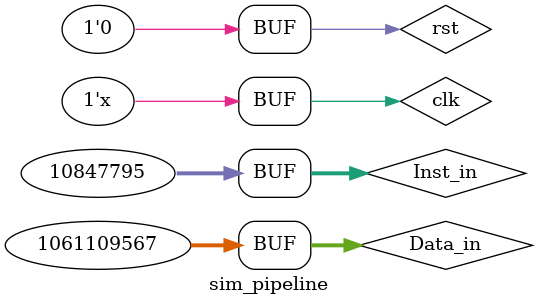
<source format=v>
`timescale 1ns / 1ps


module sim_pipeline;
reg [31:0] Data_in,Inst_in;
reg rst,clk;
wire [31:0] PC_out_IF,PC_out_EX,PC_out_ID,PC_out_idex,PC_out_exmem,PC_out_memwb,inst_ID,Addr_out,Data_out,
Data_out_WB,Rs1_val,Rs2_val,imm_ex,inst_idex,inst_exmem,inst_memwb,ALU_out_EX,wt_data_idex,wt_data_exmem,Rs1_out_ID,Rs2_out_ID;
wire MemRW_Mem,MemRW_EX,reg_wen_mem,reg_wen_ex,
reg_wen_wb,is_imm_ex,mem_wen_ex,mem_wen_mem,is_branch_ex,is_jal_ex,
is_jal_mem,is_jalr_ex,is_jalr_mem,is_lui_ex;
wire [1:0] ForwardA,ForwardB,MemtoReg_out_IDEX,MemtoReg_out_MemWB,MemtoReg_out_EXMem;
wire [31:0] Reg0,Reg1,Reg2,Reg3,Reg4,Reg5,Reg6,Reg7,Reg8,Reg9,Reg10,Reg11,Reg12,Reg13,
Reg14,Reg15,Reg16,Reg17,Reg18,Reg19,Reg20,Reg21,Reg22,Reg23,Reg24,Reg25,Reg26,Reg27,Reg28,Reg29,Reg30,Reg31;
wire [4:0] rd_ex,rs1_ex,rs2_ex,rd_mem,rd_wb;
Pipeline_CPU U1 (.Data_in(Data_in),.rst(rst),.clk(clk),.inst_IF(Inst_in),.PC_out_EX(PC_out_EX),.PC_out_ID(PC_out_ID),
.inst_ID(inst_ID),.PC_out_IF(PC_out_IF),.Addr_out(Addr_out),.Data_out(Data_out),
.Data_out_WB(Data_out_WB),.MemRW_Mem(MemRW_Mem),.MemRW_EX(MemRW_EX),.Reg_value({Reg0,Reg1,Reg2,Reg3,Reg4,Reg5,Reg6,Reg7,
Reg8,Reg9,Reg10,Reg11,Reg12,Reg13,Reg14,Reg15,
Reg16,Reg17,Reg18,Reg19,Reg20,Reg21,Reg22,Reg23,Reg24,Reg25,Reg26,Reg27,Reg28,Reg29,Reg30,Reg31}),
.Rs1_val(Rs1_val),.Rs2_val(Rs2_val),.rd_ex(rd_ex),.rs1_ex(rs1_ex),.rs2_ex(rs2_ex),.rd_mem(rd_mem),
.rd_wb(rd_wb),.imm_ex(imm_ex),.PC_out_idex(PC_out_idex),.PC_out_exmem(PC_out_exmem),
.PC_out_memwb(PC_out_memwb),.reg_wen_ex(reg_wen_ex),.reg_wen_mem(reg_wen_mem),.reg_wen_wb(reg_wen_wb),
.is_imm_ex(is_imm_ex),.mem_wen_ex(mem_wen_ex),.mem_wen_mem(mem_wen_mem),.wt_data_idex(wt_data_idex),.wt_data_exmem(wt_data_exmem),
.is_branch_ex(is_branch_ex),.is_jal_ex(is_jal_ex),.inst_idex(inst_idex),.inst_exmem(inst_exmem),
.inst_memwb(inst_memwb),.ForwardA(ForwardA),.ForwardB(ForwardB),.ALU_out_EX(ALU_out_EX),.MemtoReg_out_IDEX(MemtoReg_out_IDEX),
.MemtoReg_out_MemWB(MemtoReg_out_MemWB),.MemtoReg_out_EXMem(MemtoReg_out_EXMem),.Rs1_out_ID(Rs1_out_ID),.Rs2_out_ID(Rs2_out_ID),
.is_jal_mem(is_jal_mem),.is_jalr_ex(is_jalr_ex),.is_jalr_mem(is_jalr_mem),.is_lui_ex(is_lui_ex));

/*
PC	Machine Code	Basic Code	Original Code
0x0	0x00500093	addi x1 x0 5	addi x1 x0 5
0x4	0x00108133	add x2 x1 x1	test:add x2 x1 x1
0x8	0x002081B3	add x3 x1 x2	add x3 x1 x2
0xc	0x0000A203	lw x4 0(x1)	lw x4 0(x1)
0x10	0x002202B3	add x5 x4 x2	add x5 x4 x2
0x14	0xFE0098E3	bne x1 x0 -16	bne x1 x0 test
0x18	0x000000B3	add x1 x0 x0	add x1 x0 x0
0x1c	0x00000133	add x2 x0 x0	add x2 x0 x0
0x20	0x00700413	addi x8 x0 7	addi x8 x0 7
*/
initial begin
    Data_in = 32'h3f3f3f3f;
    clk = 0;
    rst = 1;
    #100;
    rst = 0;
    Inst_in = 32'h00100093;
    #20;
    Inst_in = 32'h00102133;
    #20;
    Inst_in = 32'h002101B3;
    #20;
    Inst_in = 32'h00218233;
    #20;
    Inst_in = 32'h003202B3;
    #20;
    Inst_in = 32'h00428333;
    #20;
    Inst_in = 32'h005303B3;
    #20;
    Inst_in = 32'h00638433;
    #20;
    Inst_in = 32'h007404B3;
    #20;
    Inst_in = 32'h00848533;
    #20;
    Inst_in = 32'h009505B3;
    #20;
    Inst_in = 32'h00A58633;
    #20;
end
always begin
    clk = ~clk; #10;
end
endmodule

</source>
